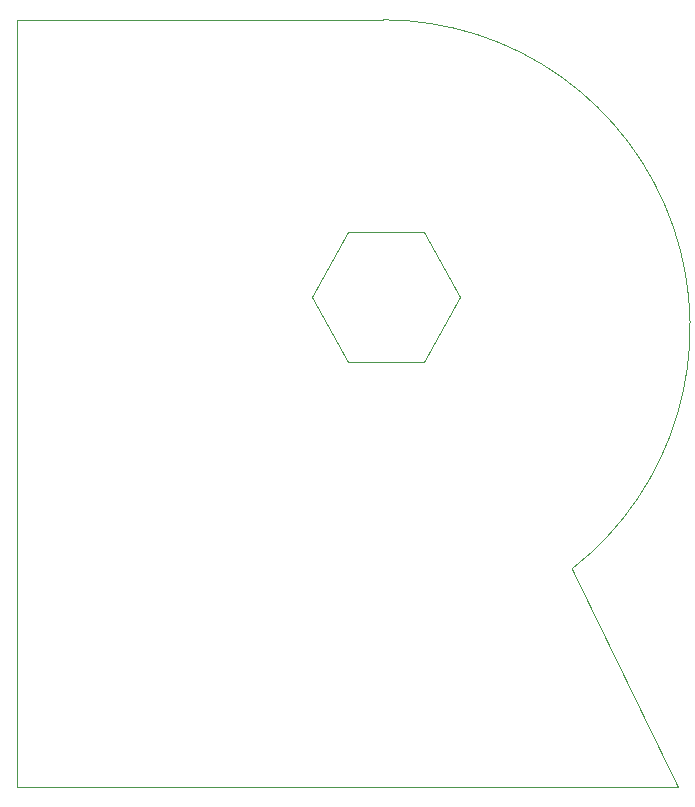
<source format=gbr>
%TF.GenerationSoftware,KiCad,Pcbnew,8.0.1-8.0.1-0~ubuntu20.04.1*%
%TF.CreationDate,2024-04-11T23:30:55+02:00*%
%TF.ProjectId,reaktor51_led,7265616b-746f-4723-9531-5f6c65642e6b,rev?*%
%TF.SameCoordinates,Original*%
%TF.FileFunction,Profile,NP*%
%FSLAX46Y46*%
G04 Gerber Fmt 4.6, Leading zero omitted, Abs format (unit mm)*
G04 Created by KiCad (PCBNEW 8.0.1-8.0.1-0~ubuntu20.04.1) date 2024-04-11 23:30:55*
%MOMM*%
%LPD*%
G01*
G04 APERTURE LIST*
%TA.AperFunction,Profile*%
%ADD10C,0.050000*%
%TD*%
G04 APERTURE END LIST*
D10*
X130000000Y-110000000D02*
X186000000Y-110000000D01*
X130000000Y-45000000D02*
X161000000Y-45000000D01*
X130000000Y-110000000D02*
X130000000Y-45000000D01*
X158000000Y-74000000D02*
X155000000Y-68500000D01*
X164500000Y-74000000D02*
X158000000Y-74000000D01*
X167500000Y-68500000D02*
X164500000Y-74000000D01*
X164500000Y-63000000D02*
X167500000Y-68500000D01*
X158000000Y-63000000D02*
X164500000Y-63000000D01*
X155000000Y-68500000D02*
X158000000Y-63000000D01*
X176997042Y-91496210D02*
X186000000Y-110000000D01*
X161000000Y-45000000D02*
G75*
G02*
X176997042Y-91496210I0J-26000000D01*
G01*
M02*

</source>
